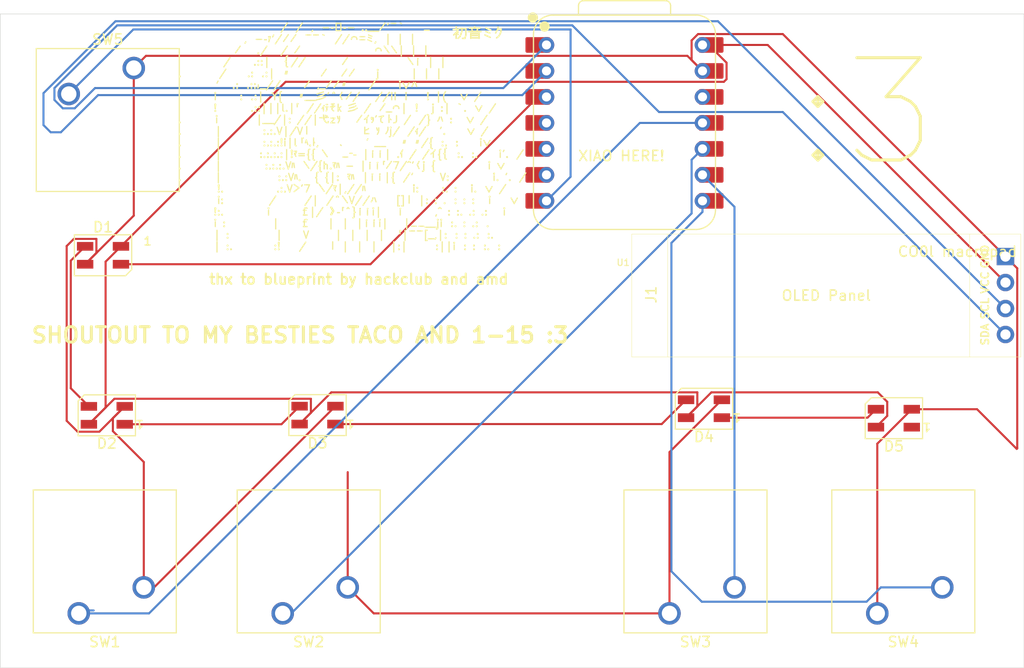
<source format=kicad_pcb>
(kicad_pcb (version 20241229) (generator "pcbnew") (generator_version "9.0")
  (layers (0 "F.Cu" signal) (2 "B.Cu" signal) (13 "F.Paste" user) (15 "B.Paste" user) (5 "F.SilkS" user "F.Silkscreen") (7 "B.SilkS" user "B.Silkscreen") (1 "F.Mask" user) (3 "B.Mask" user) (25 "Edge.Cuts" user))
  (net 0 "")
  (net 1 "GND")
  (net 2 "+5V")
  (net 3 "Net-(D1-DIN)")
  (net 4 "Net-(D1-DOUT)")
  (net 5 "Net-(D2-DOUT)")
  (net 6 "Net-(U1-GPIO3{slash}MOSI)")
  (net 7 "Net-(U1-GPIO4{slash}MISO)")
  (net 8 "Net-(U1-GPIO2{slash}SCK)")
  (net 9 "Net-(U1-GPIO1{slash}RX)")
  (net 10 "Net-(U1-GPIO0{slash}TX)")
  (net 16 "Net-(D3-DOUT)")
  (net 17 "Net-(D4-DOUT)")
  (net 18 "Net-(J1-Pin_4)")
  (net 19 "Net-(J1-Pin_3)")
  (footprint "Button_Switch_Keyboard:SW_Cherry_MX_1.00u_PCB" (layer "F.Cu") (at 89.38 128.08 180)
    (property "Reference" "SW1" (at -2.54 -2.794 0) (layer "F.SilkS"))
    (property "Value" "SW_Push")
    (fp_line (start 4.445 12.065) (end -9.525 12.065) (stroke (width 0.12)) (layer "F.SilkS"))
    (fp_line (start 4.445 -1.905) (end 4.445 12.065) (stroke (width 0.12)) (layer "F.SilkS"))
    (fp_line (start -9.525 12.065) (end -9.525 -1.905) (stroke (width 0.12)) (layer "F.SilkS"))
    (fp_line (start -9.525 -1.905) (end 4.445 -1.905) (stroke (width 0.12)) (layer "F.SilkS"))
    (pad "" np_thru_hole circle (at -7.62 5.08 180) (size 1.7 1.7) (drill 1.7) (layers "*.Cu" "*.Mask"))
    (pad "" np_thru_hole circle (at -2.54 5.08 180) (size 4 4) (drill 4) (layers "*.Cu" "*.Mask"))
    (pad "" np_thru_hole circle (at 2.54 5.08 180) (size 1.7 1.7) (drill 1.7) (layers "*.Cu" "*.Mask"))
    (pad "1" thru_hole circle (at 0 0 180) (size 2.2 2.2) (drill 1.5) (layers "*.Cu" "*.Mask") (net 6 "Net-(U1-GPIO3{slash}MOSI)"))
    (pad "2" thru_hole circle (at -6.35 2.54 180) (size 2.2 2.2) (drill 1.5) (layers "*.Cu" "*.Mask") (net 1 "GND"))
  )
  (footprint "Button_Switch_Keyboard:SW_Cherry_MX_1.00u_PCB" (layer "F.Cu") (at 109.3 128.08 180)
    (property "Reference" "SW2" (at -2.54 -2.794 0) (layer "F.SilkS"))
    (property "Value" "SW_Push")
    (fp_line (start 4.445 12.065) (end -9.525 12.065) (stroke (width 0.12)) (layer "F.SilkS"))
    (fp_line (start 4.445 -1.905) (end 4.445 12.065) (stroke (width 0.12)) (layer "F.SilkS"))
    (fp_line (start -9.525 12.065) (end -9.525 -1.905) (stroke (width 0.12)) (layer "F.SilkS"))
    (fp_line (start -9.525 -1.905) (end 4.445 -1.905) (stroke (width 0.12)) (layer "F.SilkS"))
    (pad "" np_thru_hole circle (at -7.62 5.08 180) (size 1.7 1.7) (drill 1.7) (layers "*.Cu" "*.Mask"))
    (pad "" np_thru_hole circle (at -2.54 5.08 180) (size 4 4) (drill 4) (layers "*.Cu" "*.Mask"))
    (pad "" np_thru_hole circle (at 2.54 5.08 180) (size 1.7 1.7) (drill 1.7) (layers "*.Cu" "*.Mask"))
    (pad "1" thru_hole circle (at 0 0 180) (size 2.2 2.2) (drill 1.5) (layers "*.Cu" "*.Mask") (net 7 "Net-(U1-GPIO4{slash}MISO)"))
    (pad "2" thru_hole circle (at -6.35 2.54 180) (size 2.2 2.2) (drill 1.5) (layers "*.Cu" "*.Mask") (net 1 "GND"))
  )
  (footprint "display:SSD1306-0.91-OLED-4pin-128x32" (layer "F.Cu") (at 143.4 91.01)
    (property "Reference" "J1" (at 1.9 5.91 90) (layer "F.SilkS"))
    (property "Value" "Conn_01x04")
    (fp_line (start 0 0) (end 0 12) (stroke (width 0.04)) (layer "F.SilkS"))
    (fp_line (start 0 12) (end 38 12) (stroke (width 0.04)) (layer "F.SilkS"))
    (fp_line (start 3.5 0) (end 3.5 12) (stroke (width 0.04)) (layer "F.SilkS"))
    (fp_line (start 33 0) (end 33 12) (stroke (width 0.04)) (layer "F.SilkS"))
    (fp_line (start 38 0) (end 0 0) (stroke (width 0.04)) (layer "F.SilkS"))
    (fp_line (start 38 12) (end 38 0) (stroke (width 0.04)) (layer "F.SilkS"))
    (fp_text user "OLED Panel" (at 19 6 0) (layer "F.SilkS"))
    (fp_text user "VCC" (at 34.5 4.73 90) (layer "F.SilkS") (effects (font (size 0.75 0.75))))
    (fp_text user "SDA" (at 34.5 9.81 90) (layer "F.SilkS") (effects (font (size 0.75 0.75))))
    (fp_text user "SCL" (at 34.5 7.27 90) (layer "F.SilkS") (effects (font (size 0.75 0.75))))
    (fp_text user "GND" (at 34.5 2.19 90) (layer "F.SilkS") (effects (font (size 0.75 0.75))))
    (pad "1" thru_hole rect (at 36.5 2.19) (size 1.7 1.7) (drill 1) (layers "*.Cu" "*.Mask") (net 1 "GND"))
    (pad "2" thru_hole oval (at 36.5 4.73) (size 1.7 1.7) (drill 1) (layers "*.Cu" "*.Mask") (net 2 "+5V"))
    (pad "3" thru_hole oval (at 36.5 7.27) (size 1.7 1.7) (drill 1) (layers "*.Cu" "*.Mask") (net 19 "Net-(J1-Pin_3)"))
    (pad "4" thru_hole oval (at 36.5 9.81) (size 1.7 1.7) (drill 1) (layers "*.Cu" "*.Mask") (net 18 "Net-(J1-Pin_4)"))
  )
  (footprint "LED_SMD:LED_SK6812MINI_PLCC4_3.5x3.5mm_P1.75mm" (layer "F.Cu") (at 92.1175 108.71875 180)
    (property "Reference" "D2" (at 0 -2.75 0) (layer "F.SilkS"))
    (property "Value" "SK6812MINI")
    (fp_line (start 2.8 1.4) (end 2.8 -2) (stroke (width 0.12)) (layer "F.SilkS"))
    (fp_line (start 2.8 1.4) (end 2.2 2) (stroke (width 0.12)) (layer "F.SilkS"))
    (fp_line (start -2.8 2) (end 2.2 2) (stroke (width 0.12)) (layer "F.SilkS"))
    (fp_line (start -2.8 -2) (end 2.8 -2) (stroke (width 0.12)) (layer "F.SilkS"))
    (fp_line (start -2.8 -2) (end -2.8 2) (stroke (width 0.12)) (layer "F.SilkS"))
    (fp_text user "1" (at -3.2 -0.875 180) (layer "F.SilkS") (effects (font (size 0.8 0.8))))
    (pad "1" smd rect (at -1.75 -0.875 180) (size 1.6 0.85) (layers "F.Cu" "F.Mask" "F.Paste") (net 5 "Net-(D2-DOUT)"))
    (pad "2" smd rect (at -1.75 0.875 180) (size 1.6 0.85) (layers "F.Cu" "F.Mask" "F.Paste") (net 1 "GND"))
    (pad "3" smd rect (at 1.75 0.875 180) (size 1.6 0.85) (layers "F.Cu" "F.Mask" "F.Paste") (net 4 "Net-(D1-DOUT)"))
    (pad "4" smd rect (at 1.75 -0.875 180) (size 1.6 0.85) (layers "F.Cu" "F.Mask" "F.Paste") (net 2 "+5V"))
  )
  (footprint "LED_SMD:LED_SK6812MINI_PLCC4_3.5x3.5mm_P1.75mm" (layer "F.Cu") (at 112.7 108.7 180)
    (property "Reference" "D3" (at 0 -2.75 0) (layer "F.SilkS"))
    (property "Value" "SK6812MINI")
    (fp_line (start 2.8 1.4) (end 2.8 -2) (stroke (width 0.12)) (layer "F.SilkS"))
    (fp_line (start 2.8 1.4) (end 2.2 2) (stroke (width 0.12)) (layer "F.SilkS"))
    (fp_line (start -2.8 2) (end 2.2 2) (stroke (width 0.12)) (layer "F.SilkS"))
    (fp_line (start -2.8 -2) (end 2.8 -2) (stroke (width 0.12)) (layer "F.SilkS"))
    (fp_line (start -2.8 -2) (end -2.8 2) (stroke (width 0.12)) (layer "F.SilkS"))
    (fp_text user "1" (at -3.2 -0.875 180) (layer "F.SilkS") (effects (font (size 0.8 0.8))))
    (pad "1" smd rect (at -1.75 -0.875 180) (size 1.6 0.85) (layers "F.Cu" "F.Mask" "F.Paste") (net 16 "Net-(D3-DOUT)"))
    (pad "2" smd rect (at -1.75 0.875 180) (size 1.6 0.85) (layers "F.Cu" "F.Mask" "F.Paste") (net 1 "GND"))
    (pad "3" smd rect (at 1.75 0.875 180) (size 1.6 0.85) (layers "F.Cu" "F.Mask" "F.Paste") (net 5 "Net-(D2-DOUT)"))
    (pad "4" smd rect (at 1.75 -0.875 180) (size 1.6 0.85) (layers "F.Cu" "F.Mask" "F.Paste") (net 2 "+5V"))
  )
  (footprint "LED_SMD:LED_SK6812MINI_PLCC4_3.5x3.5mm_P1.75mm" (layer "F.Cu") (at 169 109 180)
    (property "Reference" "D5" (at 0 -2.75 0) (layer "F.SilkS"))
    (property "Value" "SK6812MINI")
    (fp_line (start 2.8 1.4) (end 2.8 -2) (stroke (width 0.12)) (layer "F.SilkS"))
    (fp_line (start 2.8 1.4) (end 2.2 2) (stroke (width 0.12)) (layer "F.SilkS"))
    (fp_line (start -2.8 2) (end 2.2 2) (stroke (width 0.12)) (layer "F.SilkS"))
    (fp_line (start -2.8 -2) (end 2.8 -2) (stroke (width 0.12)) (layer "F.SilkS"))
    (fp_line (start -2.8 -2) (end -2.8 2) (stroke (width 0.12)) (layer "F.SilkS"))
    (fp_text user "1" (at -3.2 -0.875 180) (layer "F.SilkS") (effects (font (size 0.8 0.8))))
    (pad "1" smd rect (at -1.75 -0.875 180) (size 1.6 0.85) (layers "F.Cu" "F.Mask" "F.Paste"))
    (pad "2" smd rect (at -1.75 0.875 180) (size 1.6 0.85) (layers "F.Cu" "F.Mask" "F.Paste") (net 1 "GND"))
    (pad "3" smd rect (at 1.75 0.875 180) (size 1.6 0.85) (layers "F.Cu" "F.Mask" "F.Paste") (net 17 "Net-(D4-DOUT)"))
    (pad "4" smd rect (at 1.75 -0.875 180) (size 1.6 0.85) (layers "F.Cu" "F.Mask" "F.Paste") (net 2 "+5V"))
  )
  (footprint "Button_Switch_Keyboard:SW_Cherry_MX_1.00u_PCB" (layer "F.Cu") (at 147.08 128.08 180)
    (property "Reference" "SW3" (at -2.54 -2.794 0) (layer "F.SilkS"))
    (property "Value" "SW_Push")
    (fp_line (start 4.445 12.065) (end -9.525 12.065) (stroke (width 0.12)) (layer "F.SilkS"))
    (fp_line (start 4.445 -1.905) (end 4.445 12.065) (stroke (width 0.12)) (layer "F.SilkS"))
    (fp_line (start -9.525 12.065) (end -9.525 -1.905) (stroke (width 0.12)) (layer "F.SilkS"))
    (fp_line (start -9.525 -1.905) (end 4.445 -1.905) (stroke (width 0.12)) (layer "F.SilkS"))
    (pad "" np_thru_hole circle (at -7.62 5.08 180) (size 1.7 1.7) (drill 1.7) (layers "*.Cu" "*.Mask"))
    (pad "" np_thru_hole circle (at -2.54 5.08 180) (size 4 4) (drill 4) (layers "*.Cu" "*.Mask"))
    (pad "" np_thru_hole circle (at 2.54 5.08 180) (size 1.7 1.7) (drill 1.7) (layers "*.Cu" "*.Mask"))
    (pad "1" thru_hole circle (at 0 0 180) (size 2.2 2.2) (drill 1.5) (layers "*.Cu" "*.Mask") (net 1 "GND"))
    (pad "2" thru_hole circle (at -6.35 2.54 180) (size 2.2 2.2) (drill 1.5) (layers "*.Cu" "*.Mask") (net 8 "Net-(U1-GPIO2{slash}SCK)"))
  )
  (footprint "LED_SMD:LED_SK6812MINI_PLCC4_3.5x3.5mm_P1.75mm" (layer "F.Cu") (at 150.45 108.075 180)
    (property "Reference" "D4" (at 0 -2.75 0) (layer "F.SilkS"))
    (property "Value" "SK6812MINI")
    (fp_line (start 2.8 1.4) (end 2.8 -2) (stroke (width 0.12)) (layer "F.SilkS"))
    (fp_line (start 2.8 1.4) (end 2.2 2) (stroke (width 0.12)) (layer "F.SilkS"))
    (fp_line (start -2.8 2) (end 2.2 2) (stroke (width 0.12)) (layer "F.SilkS"))
    (fp_line (start -2.8 -2) (end 2.8 -2) (stroke (width 0.12)) (layer "F.SilkS"))
    (fp_line (start -2.8 -2) (end -2.8 2) (stroke (width 0.12)) (layer "F.SilkS"))
    (fp_text user "1" (at -3.2 -0.875 180) (layer "F.SilkS") (effects (font (size 0.8 0.8))))
    (pad "1" smd rect (at -1.75 -0.875 180) (size 1.6 0.85) (layers "F.Cu" "F.Mask" "F.Paste") (net 17 "Net-(D4-DOUT)"))
    (pad "2" smd rect (at -1.75 0.875 180) (size 1.6 0.85) (layers "F.Cu" "F.Mask" "F.Paste") (net 1 "GND"))
    (pad "3" smd rect (at 1.75 0.875 180) (size 1.6 0.85) (layers "F.Cu" "F.Mask" "F.Paste") (net 16 "Net-(D3-DOUT)"))
    (pad "4" smd rect (at 1.75 -0.875 180) (size 1.6 0.85) (layers "F.Cu" "F.Mask" "F.Paste") (net 2 "+5V"))
  )
  (footprint "OPL:XIAO-RP2040-DIP" (layer "F.Cu") (at 142.685 80.135)
    (property "Reference" "U1" (at -0.125 13.65 0) (layer "F.SilkS") (effects (font (size 0.635 0.635) (thickness 0.1016))))
    (property "Value" "XIAO-RP2040-DIP")
    (fp_line (start -8.89 8.509) (end -8.89 -8.636) (stroke (width 0.127)) (layer "F.SilkS"))
    (fp_line (start -6.985 10.414) (end 6.985 10.414) (stroke (width 0.127)) (layer "F.SilkS"))
    (fp_line (start -4.495 -10.541) (end -4.491272 -11.451272) (stroke (width 0.127)) (layer "F.SilkS"))
    (fp_line (start -3.991272 -11.951) (end 4.004 -11.951) (stroke (width 0.127)) (layer "F.SilkS"))
    (fp_line (start 4.504 -11.451) (end 4.504 -10.541) (stroke (width 0.127)) (layer "F.SilkS"))
    (fp_line (start 6.985 -10.541) (end -6.985 -10.541) (stroke (width 0.1)) (layer "F.SilkS"))
    (fp_line (start 6.985 -10.541) (end -6.985 -10.541) (stroke (width 0.127)) (layer "F.SilkS"))
    (fp_line (start 8.89 8.509) (end 8.89 -8.636) (stroke (width 0.127)) (layer "F.SilkS"))
    (fp_arc (start -8.89 -8.636) (mid -8.332038 -9.983038) (end -6.985 -10.541) (stroke (width 0.127)) (layer "F.SilkS"))
    (fp_arc (start -6.985 10.414) (mid -8.332038 9.856038) (end -8.89 8.509) (stroke (width 0.127)) (layer "F.SilkS"))
    (fp_arc (start -4.491272 -11.451272) (mid -4.344728 -11.80464) (end -3.991272 -11.951) (stroke (width 0.127)) (layer "F.SilkS"))
    (fp_arc (start 4.004 -11.951) (mid 4.357553 -11.804553) (end 4.504 -11.451) (stroke (width 0.127)) (layer "F.SilkS"))
    (fp_arc (start 6.985 -10.541) (mid 8.332038 -9.983038) (end 8.89 -8.636) (stroke (width 0.127)) (layer "F.SilkS"))
    (fp_arc (start 8.89 8.509) (mid 8.332038 9.856038) (end 6.985 10.414) (stroke (width 0.127)) (layer "F.SilkS"))
    (fp_circle (center -8.95 -10.3) (end -8.95 -10.554) (stroke (width 0.5)) (fill yes) (layer "F.SilkS"))
    (fp_circle (center -7.807 -9.42) (end -7.807 -9.674) (stroke (width 0.5)) (fill yes) (layer "F.SilkS"))
    (pad "1" smd roundrect (at -8.455 -7.62 180) (size 2.432 1.524) (layers "F.Cu" "F.Mask") (roundrect_rratio 0.1) (net 18 "Net-(J1-Pin_4)"))
    (pad "1" thru_hole circle (at -7.62 -7.62 180) (size 1.524 1.524) (drill 0.889) (layers "*.Cu" "*.Mask") (net 18 "Net-(J1-Pin_4)"))
    (pad "2" smd roundrect (at -8.455 -5.08 180) (size 2.432 1.524) (layers "F.Cu" "F.Mask") (roundrect_rratio 0.1) (net 19 "Net-(J1-Pin_3)"))
    (pad "2" thru_hole circle (at -7.62 -5.08 180) (size 1.524 1.524) (drill 0.889) (layers "*.Cu" "*.Mask") (net 19 "Net-(J1-Pin_3)"))
    (pad "3" smd roundrect (at -8.455 -2.54 180) (size 2.432 1.524) (layers "F.Cu" "F.Mask") (roundrect_rratio 0.1) (net 3 "Net-(D1-DIN)"))
    (pad "3" thru_hole circle (at -7.62 -2.54 180) (size 1.524 1.524) (drill 0.889) (layers "*.Cu" "*.Mask") (net 3 "Net-(D1-DIN)"))
    (pad "4" smd roundrect (at -8.455 0 180) (size 2.432 1.524) (layers "F.Cu" "F.Mask") (roundrect_rratio 0.1))
    (pad "4" thru_hole circle (at -7.62 0 180) (size 1.524 1.524) (drill 0.889) (layers "*.Cu" "*.Mask"))
    (pad "5" smd roundrect (at -8.455 2.54 180) (size 2.432 1.524) (layers "F.Cu" "F.Mask") (roundrect_rratio 0.1))
    (pad "5" thru_hole circle (at -7.62 2.54 180) (size 1.524 1.524) (drill 0.889) (layers "*.Cu" "*.Mask"))
    (pad "6" smd roundrect (at -8.455 5.08 180) (size 2.432 1.524) (layers "F.Cu" "F.Mask") (roundrect_rratio 0.1))
    (pad "6" thru_hole circle (at -7.62 5.08 180) (size 1.524 1.524) (drill 0.889) (layers "*.Cu" "*.Mask"))
    (pad "7" smd roundrect (at -8.455 7.62 180) (size 2.432 1.524) (layers "F.Cu" "F.Mask") (roundrect_rratio 0.1) (net 10 "Net-(U1-GPIO0{slash}TX)"))
    (pad "7" thru_hole circle (at -7.62 7.62 180) (size 1.524 1.524) (drill 0.889) (layers "*.Cu" "*.Mask") (net 10 "Net-(U1-GPIO0{slash}TX)"))
    (pad "8" thru_hole circle (at 7.62 7.62) (size 1.524 1.524) (drill 0.889) (layers "*.Cu" "*.Mask") (net 9 "Net-(U1-GPIO1{slash}RX)"))
    (pad "8" smd roundrect (at 8.455 7.62) (size 2.432 1.524) (layers "F.Cu" "F.Mask") (roundrect_rratio 0.1) (net 9 "Net-(U1-GPIO1{slash}RX)"))
    (pad "9" thru_hole circle (at 7.62 5.08) (size 1.524 1.524) (drill 0.889) (layers "*.Cu" "*.Mask") (net 8 "Net-(U1-GPIO2{slash}SCK)"))
    (pad "9" smd roundrect (at 8.455 5.08) (size 2.432 1.524) (layers "F.Cu" "F.Mask") (roundrect_rratio 0.1) (net 8 "Net-(U1-GPIO2{slash}SCK)"))
    (pad "10" thru_hole circle (at 7.62 2.54) (size 1.524 1.524) (drill 0.889) (layers "*.Cu" "*.Mask") (net 7 "Net-(U1-GPIO4{slash}MISO)"))
    (pad "10" smd roundrect (at 8.455 2.54) (size 2.432 1.524) (layers "F.Cu" "F.Mask") (roundrect_rratio 0.1) (net 7 "Net-(U1-GPIO4{slash}MISO)"))
    (pad "11" thru_hole circle (at 7.62 0) (size 1.524 1.524) (drill 0.889) (layers "*.Cu" "*.Mask") (net 6 "Net-(U1-GPIO3{slash}MOSI)"))
    (pad "11" smd roundrect (at 8.455 0) (size 2.432 1.524) (layers "F.Cu" "F.Mask") (roundrect_rratio 0.1) (net 6 "Net-(U1-GPIO3{slash}MOSI)"))
    (pad "12" thru_hole circle (at 7.62 -2.54) (size 1.524 1.524) (drill 0.889) (layers "*.Cu" "*.Mask"))
    (pad "12" smd roundrect (at 8.455 -2.54) (size 2.432 1.524) (layers "F.Cu" "F.Mask") (roundrect_rratio 0.1))
    (pad "13" thru_hole circle (at 7.62 -5.08) (size 1.524 1.524) (drill 0.889) (layers "*.Cu" "*.Mask") (net 1 "GND"))
    (pad "13" smd roundrect (at 8.455 -5.08) (size 2.432 1.524) (layers "F.Cu" "F.Mask") (roundrect_rratio 0.1) (net 1 "GND"))
    (pad "14" thru_hole circle (at 7.62 -7.62) (size 1.524 1.524) (drill 0.889) (layers "*.Cu" "*.Mask") (net 2 "+5V"))
    (pad "14" smd roundrect (at 8.455 -7.62) (size 2.432 1.524) (layers "F.Cu" "F.Mask") (roundrect_rratio 0.1) (net 2 "+5V"))
  )
  (footprint "Button_Switch_Keyboard:SW_Cherry_MX_1.00u_PCB" (layer "F.Cu") (at 167.38 128.08 180)
    (property "Reference" "SW4" (at -2.54 -2.794 0) (layer "F.SilkS"))
    (property "Value" "SW_Push")
    (fp_line (start 4.445 12.065) (end -9.525 12.065) (stroke (width 0.12)) (layer "F.SilkS"))
    (fp_line (start 4.445 -1.905) (end 4.445 12.065) (stroke (width 0.12)) (layer "F.SilkS"))
    (fp_line (start -9.525 12.065) (end -9.525 -1.905) (stroke (width 0.12)) (layer "F.SilkS"))
    (fp_line (start -9.525 -1.905) (end 4.445 -1.905) (stroke (width 0.12)) (layer "F.SilkS"))
    (pad "" np_thru_hole circle (at -7.62 5.08 180) (size 1.7 1.7) (drill 1.7) (layers "*.Cu" "*.Mask"))
    (pad "" np_thru_hole circle (at -2.54 5.08 180) (size 4 4) (drill 4) (layers "*.Cu" "*.Mask"))
    (pad "" np_thru_hole circle (at 2.54 5.08 180) (size 1.7 1.7) (drill 1.7) (layers "*.Cu" "*.Mask"))
    (pad "1" thru_hole circle (at 0 0 180) (size 2.2 2.2) (drill 1.5) (layers "*.Cu" "*.Mask") (net 1 "GND"))
    (pad "2" thru_hole circle (at -6.35 2.54 180) (size 2.2 2.2) (drill 1.5) (layers "*.Cu" "*.Mask") (net 9 "Net-(U1-GPIO1{slash}RX)"))
  )
  (footprint "LED_SMD:LED_SK6812MINI_PLCC4_3.5x3.5mm_P1.75mm" (layer "F.Cu") (at 91.75 93.075)
    (property "Reference" "D1" (at 0 -2.75 0) (layer "F.SilkS"))
    (property "Value" "SK6812MINI")
    (fp_line (start -2.8 -2) (end -2.8 2) (stroke (width 0.12)) (layer "F.SilkS"))
    (fp_line (start -2.8 -2) (end 2.8 -2) (stroke (width 0.12)) (layer "F.SilkS"))
    (fp_line (start -2.8 2) (end 2.2 2) (stroke (width 0.12)) (layer "F.SilkS"))
    (fp_line (start 2.8 1.4) (end 2.2 2) (stroke (width 0.12)) (layer "F.SilkS"))
    (fp_line (start 2.8 1.4) (end 2.8 -2) (stroke (width 0.12)) (layer "F.SilkS"))
    (fp_text user "1" (at 4.35 -1.375 0) (layer "F.SilkS") (effects (font (size 0.8 0.8))))
    (pad "1" smd rect (at -1.75 -0.875) (size 1.6 0.85) (layers "F.Cu" "F.Mask" "F.Paste") (net 4 "Net-(D1-DOUT)"))
    (pad "2" smd rect (at -1.75 0.875) (size 1.6 0.85) (layers "F.Cu" "F.Mask" "F.Paste") (net 1 "GND"))
    (pad "3" smd rect (at 1.75 0.875) (size 1.6 0.85) (layers "F.Cu" "F.Mask" "F.Paste") (net 3 "Net-(D1-DIN)"))
    (pad "4" smd rect (at 1.75 -0.875) (size 1.6 0.85) (layers "F.Cu" "F.Mask" "F.Paste") (net 2 "+5V"))
  )
  (footprint "Button_Switch_Keyboard:SW_Cherry_MX_1.00u_PCB" (layer "F.Cu") (at 94.7525 74.77)
    (property "Reference" "SW5" (at -2.54 -2.794 0) (layer "F.SilkS"))
    (property "Value" "SW_Push")
    (fp_line (start -9.525 -1.905) (end 4.445 -1.905) (stroke (width 0.12)) (layer "F.SilkS"))
    (fp_line (start -9.525 12.065) (end -9.525 -1.905) (stroke (width 0.12)) (layer "F.SilkS"))
    (fp_line (start 4.445 -1.905) (end 4.445 12.065) (stroke (width 0.12)) (layer "F.SilkS"))
    (fp_line (start 4.445 12.065) (end -9.525 12.065) (stroke (width 0.12)) (layer "F.SilkS"))
    (pad "" np_thru_hole circle (at -7.62 5.08) (size 1.7 1.7) (drill 1.7) (layers "*.Cu" "*.Mask"))
    (pad "" np_thru_hole circle (at -2.54 5.08) (size 4 4) (drill 4) (layers "*.Cu" "*.Mask"))
    (pad "" np_thru_hole circle (at 2.54 5.08) (size 1.7 1.7) (drill 1.7) (layers "*.Cu" "*.Mask"))
    (pad "1" thru_hole circle (at 0 0) (size 2.2 2.2) (drill 1.5) (layers "*.Cu" "*.Mask") (net 1 "GND"))
    (pad "2" thru_hole circle (at -6.35 2.54) (size 2.2 2.2) (drill 1.5) (layers "*.Cu" "*.Mask") (net 10 "Net-(U1-GPIO0{slash}TX)"))
  )
  (gr_rect (start 81.71 69.485) (end 181.71 133.385) (stroke (width 0.05)) (fill no) (layer "Edge.Cuts"))
  (gr_text "　　　　　　 　 　 　 　 /　/　,　-‐─‐- ..__／'￣｀ 　 ＿\n　　　　　　　　 ,　-‐ｧ′/／／　￣￣｀　//⌒＝ミ,　| | |\n　　　　　 　 ／　　./　 / ／　　　　　　　　　 ⌒＼＼| | |\n　　　　　　/　　　.::| 　｛//　　　　 ／　　　　　　　 ＼ｉ | |\n.　　　　　/　　 .:　.:|　〃　　　　／　 ／／　　 j 　 　 | | |\n　　　　　′　 .:　.::｣_//　　　／ ,_／／〃　　 /　　　i∨ハ\n　　　　 i　　　:　.:|　Y{　　〃__彡'＾く／/　　//ii　i 　 ! |(　 ∨ /\n　　　　 !　　 　 .::|||l.|｢　//ｨﾃそk 彡 /　／_⌒|　!　 j :| ｀.　∨ /\n.　　 　 i　　　　　|__/|: //|弋ｚｿ　　／イｯ'てトJ /　/} ハ :　 ∨ /\n.　　 　 |　　　 　 :.:.V|/V｜　　　　　　　ヒ ｿ ﾉj/　/ｨ/　 '.　　 ∨ /\n.　　 　 |　　　 　 :.:.:!i|l「ﾍ.ﾄ,　　 ､　　　' __　　〃 〃/{　:.　:　　 i∨\n.　　 　 |　　　　　:.:.:.:|!ﾏ={{ ＼　 ＿ｰ‐ |ｉｉ| .ｲ / /イ{｛　:.　:.　　 i'.　/\n.　　 　 |　　　　　 :.:.:.Vﾊ　＼/{h.ﾏﾊ - |ｉｉ｢／7/^'くj {　 　 　 　 i ∨\n.　　 　 |　　　　　 　 :.:Vﾊ.　 { {|:　ﾏﾊ　|ｉｉ|{　/'　 　 V:　　　　　 i. '.　/\n　 　 　 !.　　　　　　　.:.V＞'7　＼/ﾏ|,//ﾊ　　 　 　 i:　　　:. :　 i.　∨ /\n　 　 　 i:　　　　　　/　　　 /|　/＾＼V//ハ 　 []｜ |: : .　: : :　 i 　 ∨\n　　　　 !:.　　　　　 i 　 　 ￡|/ 》‐｢＾}ｉｉi|　　ｉ　　　　,^ : :. .: .:　　i\n　　　　 i :　　 　 　 |　　　￡ 　 |　|　|ｉｉi|　　|＿＿__ji　:. : .:　.\n　　　　 | :　　 　 　 |　　 V　 　 |　|　|　|　 ｢|￣￣[_,|:　: : .:　:.\n　　　　 | :.　　　 　 :! 　 /　　　｜ |　|　|　 |:|　　 　:||i　: :　:.　:" (at 99 81.5 0) (layer "F.SilkS") (effects (font (size 0.7 0.7) (thickness 0.125)) (justify left)))
  (gr_text ":3" (at 159 85 0) (layer "F.SilkS") (effects (font (size 10 10) (thickness 0.3) (bold yes)) (justify left bottom)))
  (gr_text "CO0l macropad" (at 169.3 93.3 0) (layer "F.SilkS") (effects (font (size 1 1)) (justify left bottom)))
  (gr_text "XIAO HERE!" (at 138.075 83.95 0) (layer "F.SilkS") (effects (font (size 1 1)) (justify left bottom)))
  (gr_text "SHOUTOUT TO MY BESTIES TACO AND 1-15 :3" (at 111 100 0) (layer "F.SilkS") (effects (font (size 1.5 1.5) (thickness 0.3) (bold yes)) (justify top)))
  (gr_text " 初音ミク　　" (at 125 72 0) (layer "F.SilkS") (effects (font (size 1 1)) (justify left bottom)))
  (gr_text "thx to blueprint by hackclub and amd" (at 102 96 0) (layer "F.SilkS") (effects (font (size 1 1) (thickness 0.2) (bold yes)) (justify left bottom)))
  (segment (start 115.65 114.275) (end 115.65 125.54) (width 0.2) (layer "F.Cu") (net 1))
  (segment (start 158.152 71.452) (end 149.86469 71.452) (width 0.2) (layer "F.Cu") (net 1))
  (segment (start 91.101 92.849) (end 90 93.95) (width 0.2) (layer "F.Cu") (net 1))
  (segment (start 95.73 125.54) (end 95.73 113.28325) (width 0.2) (layer "F.Cu") (net 1))
  (segment (start 147.08 112.32) (end 147.08 128.08) (width 0.2) (layer "F.Cu") (net 1))
  (segment (start 93.8675 107.84375) (end 91.3915 110.31975) (width 0.2) (layer "F.Cu") (net 1))
  (segment (start 92.71125 110.2645) (end 92.71125 109) (width 0.2) (layer "F.Cu") (net 1))
  (segment (start 115.65 125.54) (end 118.19 128.08) (width 0.2) (layer "F.Cu") (net 1))
  (segment (start 181 112) (end 181.051 111.949) (width 0.2) (layer "F.Cu") (net 1))
  (segment (start 118.19 128.08) (end 147.08 128.08) (width 0.2) (layer "F.Cu") (net 1))
  (segment (start 177.125 108.125) (end 181 112) (width 0.2) (layer "F.Cu") (net 1))
  (segment (start 88.198 109.25125) (end 88.198 92.175) (width 0.2) (layer "F.Cu") (net 1))
  (segment (start 88.899 91.474) (end 91.101 91.474) (width 0.2) (layer "F.Cu") (net 1))
  (segment (start 95.73 113.28325) (end 92.71125 110.2645) (width 0.2) (layer "F.Cu") (net 1))
  (segment (start 181.051 94.351) (end 179.9 93.2) (width 0.2) (layer "F.Cu") (net 1))
  (segment (start 94.7525 74.77) (end 95.9445 73.578) (width 0.2) (layer "F.Cu") (net 1))
  (segment (start 91.3915 110.31975) (end 89.2665 110.31975) (width 0.2) (layer "F.Cu") (net 1))
  (segment (start 167.25 127.95) (end 167.38 128.08) (width 0.2) (layer "F.Cu") (net 1))
  (segment (start 149.242 73.992) (end 150.305 75.055) (width 0.2) (layer "F.Cu") (net 1))
  (segment (start 96.735 125.54) (end 95.73 125.54) (width 0.2) (layer "F.Cu") (net 1))
  (segment (start 181.051 111.949) (end 181.051 94.351) (width 0.2) (layer "F.Cu") (net 1))
  (segment (start 152.2 107.2) (end 147.08 112.32) (width 0.2) (layer "F.Cu") (net 1))
  (segment (start 92.71125 109) (end 93.8675 107.84375) (width 0.2) (layer "F.Cu") (net 1))
  (segment (start 170.75 108.125) (end 177.125 108.125) (width 0.2) (layer "F.Cu") (net 1))
  (segment (start 94.7525 74.77) (end 94.7525 89.1975) (width 0.2) (layer "F.Cu") (net 1))
  (segment (start 167.38 111.495) (end 167.38 128.08) (width 0.2) (layer "F.Cu") (net 1))
  (segment (start 149.86469 71.452) (end 149.242 72.07469) (width 0.2) (layer "F.Cu") (net 1))
  (segment (start 114.45 107.825) (end 96.735 125.54) (width 0.2) (layer "F.Cu") (net 1))
  (segment (start 170.75 108.125) (end 167.38 111.495) (width 0.2) (layer "F.Cu") (net 1))
  (segment (start 148.828 73.578) (end 150.305 75.055) (width 0.2) (layer "F.Cu") (net 1))
  (segment (start 179.9 93.2) (end 158.152 71.452) (width 0.2) (layer "F.Cu") (net 1))
  (segment (start 95.9445 73.578) (end 148.828 73.578) (width 0.2) (layer "F.Cu") (net 1))
  (segment (start 94.7525 89.1975) (end 90 93.95) (width 0.2) (layer "F.Cu") (net 1))
  (segment (start 89.2665 110.31975) (end 88.198 109.25125) (width 0.2) (layer "F.Cu") (net 1))
  (segment (start 88.198 92.175) (end 88.899 91.474) (width 0.2) (layer "F.Cu") (net 1))
  (segment (start 91.101 91.474) (end 91.101 92.849) (width 0.2) (layer "F.Cu") (net 1))
  (segment (start 114.625 108) (end 114.45 107.825) (width 0.2) (layer "F.Cu") (net 1))
  (segment (start 149.242 72.07469) (end 149.242 73.992) (width 0.2) (layer "F.Cu") (net 1))
  (segment (start 168.351 108.774) (end 167.25 109.875) (width 0.2) (layer "F.Cu") (net 2))
  (segment (start 168.351 107.399) (end 168.351 108.774) (width 0.2) (layer "F.Cu") (net 2))
  (segment (start 167.426 106.474) (end 168.351 107.399) (width 0.2) (layer "F.Cu") (net 2))
  (segment (start 149.801 106.474) (end 149.801 107.849) (width 0.2) (layer "F.Cu") (net 2))
  (segment (start 92 107.96125) (end 90.3675 109.59375) (width 0.2) (layer "F.Cu") (net 2))
  (segment (start 112.051 108.474) (end 110.95 109.575) (width 0.2) (layer "F.Cu") (net 2))
  (segment (start 149.801 107.849) (end 148.7 108.95) (width 0.2) (layer "F.Cu") (net 2))
  (segment (start 148.7 108.95) (end 151.176 106.474) (width 0.2) (layer "F.Cu") (net 2))
  (segment (start 150.918626 72.515) (end 150.305 72.515) (width 0.2) (layer "F.Cu") (net 2))
  (segment (start 92 93.7) (end 92 107.96125) (width 0.2) (layer "F.Cu") (net 2))
  (segment (start 156.675 72.515) (end 150.305 72.515) (width 0.2) (layer "F.Cu") (net 2))
  (segment (start 114.051 106.474) (end 149.801 106.474) (width 0.2) (layer "F.Cu") (net 2))
  (segment (start 93.5 92.2) (end 109.582 76.118) (width 0.2) (layer "F.Cu") (net 2))
  (segment (start 110.95 109.575) (end 114.051 106.474) (width 0.2) (layer "F.Cu") (net 2))
  (segment (start 152.657 74.253374) (end 150.918626 72.515) (width 0.2) (layer "F.Cu") (net 2))
  (segment (start 92.86225 107.099) (end 112.051 107.099) (width 0.2) (layer "F.Cu") (net 2))
  (segment (start 152.657 75.856626) (end 152.657 74.253374) (width 0.2) (layer "F.Cu") (net 2))
  (segment (start 152.395626 76.118) (end 152.657 75.856626) (width 0.2) (layer "F.Cu") (net 2))
  (segment (start 93.5 92.2) (end 92 93.7) (width 0.2) (layer "F.Cu") (net 2))
  (segment (start 179.9 95.74) (end 156.675 72.515) (width 0.2) (layer "F.Cu") (net 2))
  (segment (start 151.176 106.474) (end 167.426 106.474) (width 0.2) (layer "F.Cu") (net 2))
  (segment (start 90.3675 109.59375) (end 92.86225 107.099) (width 0.2) (layer "F.Cu") (net 2))
  (segment (start 112.051 107.099) (end 112.051 108.474) (width 0.2) (layer "F.Cu") (net 2))
  (segment (start 109.582 76.118) (end 152.395626 76.118) (width 0.2) (layer "F.Cu") (net 2))
  (segment (start 117.875 93.95) (end 134.23 77.595) (width 0.2) (layer "F.Cu") (net 3))
  (segment (start 93.5 93.95) (end 117.875 93.95) (width 0.2) (layer "F.Cu") (net 3))
  (segment (start 90.3675 107.84375) (end 88.599 106.07525) (width 0.2) (layer "F.Cu") (net 4))
  (segment (start 88.599 93.601) (end 90 92.2) (width 0.2) (layer "F.Cu") (net 4))
  (segment (start 88.599 106.07525) (end 88.599 93.601) (width 0.2) (layer "F.Cu") (net 4))
  (segment (start 93.8675 109.59375) (end 109.18125 109.59375) (width 0.2) (layer "F.Cu") (net 5))
  (segment (start 109.18125 109.59375) (end 110.95 107.825) (width 0.2) (layer "F.Cu") (net 5))
  (segment (start 89.38 128.08) (end 96.24331 128.08) (width 0.2) (layer "B.Cu") (net 6))
  (segment (start 89.99 127.7925) (end 90.83153 127.7925) (width 0.2) (layer "B.Cu") (net 6))
  (segment (start 144.18831 80.135) (end 150.305 80.135) (width 0.2) (layer "B.Cu") (net 6))
  (segment (start 96.24331 128.08) (end 144.18831 80.135) (width 0.2) (layer "B.Cu") (net 6))
  (segment (start 110.14153 128.08) (end 149.242 88.97953) (width 0.2) (layer "B.Cu") (net 7))
  (segment (start 109.3 128.08) (end 110.14153 128.08) (width 0.2) (layer "B.Cu") (net 7))
  (segment (start 149.242 88.97953) (end 149.242 83.738) (width 0.2) (layer "B.Cu") (net 7))
  (segment (start 149.242 83.738) (end 150.305 82.675) (width 0.2) (layer "B.Cu") (net 7))
  (segment (start 153.43 125.54) (end 153.43 88.34) (width 0.2) (layer "B.Cu") (net 8))
  (segment (start 153.43 88.34) (end 150.305 85.215) (width 0.2) (layer "B.Cu") (net 8))
  (segment (start 147.269 91.86863) (end 150.305 88.83263) (width 0.2) (layer "B.Cu") (net 9))
  (segment (start 166.329 126.941) (end 150.236184 126.941) (width 0.2) (layer "B.Cu") (net 9))
  (segment (start 150.236184 126.941) (end 147.269 123.973816) (width 0.2) (layer "B.Cu") (net 9))
  (segment (start 147.269 123.973816) (end 147.269 91.86863) (width 0.2) (layer "B.Cu") (net 9))
  (segment (start 150.305 88.83263) (end 150.305 87.755) (width 0.2) (layer "B.Cu") (net 9))
  (segment (start 167.73 125.54) (end 166.329 126.941) (width 0.2) (layer "B.Cu") (net 9))
  (segment (start 173.73 125.54) (end 167.73 125.54) (width 0.2) (layer "B.Cu") (net 9))
  (segment (start 88.4025 77.31) (end 94.7125 71) (width 0.2) (layer "B.Cu") (net 10))
  (segment (start 94.7125 71) (end 137.42 71) (width 0.2) (layer "B.Cu") (net 10))
  (segment (start 137.42 71) (end 137.42 85.4) (width 0.2) (layer "B.Cu") (net 10))
  (segment (start 137.42 85.4) (end 135.065 87.755) (width 0.2) (layer "B.Cu") (net 10))
  (segment (start 146.325 109.575) (end 148.7 107.2) (width 0.2) (layer "F.Cu") (net 16))
  (segment (start 114.45 109.575) (end 146.325 109.575) (width 0.2) (layer "F.Cu") (net 16))
  (segment (start 152.2 108.95) (end 166.425 108.95) (width 0.2) (layer "F.Cu") (net 17))
  (segment (start 166.425 108.95) (end 167.25 108.125) (width 0.2) (layer "F.Cu") (net 17))
  (segment (start 93.132186 70.599) (end 87.0015 76.729686) (width 0.2) (layer "B.Cu") (net 18))
  (segment (start 87.822186 78.711) (end 88.982814 78.711) (width 0.2) (layer "B.Cu") (net 18))
  (segment (start 137.5861 70.599) (end 93.132186 70.599) (width 0.2) (layer "B.Cu") (net 18))
  (segment (start 88.982814 78.711) (end 90.964128 76.729686) (width 0.2) (layer "B.Cu") (net 18))
  (segment (start 87.0015 77.890314) (end 87.822186 78.711) (width 0.2) (layer "B.Cu") (net 18))
  (segment (start 90.964128 76.729686) (end 130.850314 76.729686) (width 0.2) (layer "B.Cu") (net 18))
  (segment (start 130.850314 76.729686) (end 135.065 72.515) (width 0.2) (layer "B.Cu") (net 18))
  (segment (start 146.0591 79.072) (end 137.5861 70.599) (width 0.2) (layer "B.Cu") (net 18))
  (segment (start 179.9 100.82) (end 158.152 79.072) (width 0.2) (layer "B.Cu") (net 18))
  (segment (start 87.0015 76.729686) (end 87.0015 77.890314) (width 0.2) (layer "B.Cu") (net 18))
  (segment (start 158.152 79.072) (end 146.0591 79.072) (width 0.2) (layer "B.Cu") (net 18))
  (segment (start 92.966086 70.198) (end 85.9315 77.232586) (width 0.2) (layer "B.Cu") (net 19))
  (segment (start 85.9315 77.232586) (end 85.9315 80.34747) (width 0.2) (layer "B.Cu") (net 19))
  (segment (start 85.9315 80.34747) (end 86.63503 81.051) (width 0.2) (layer "B.Cu") (net 19))
  (segment (start 132.702 77.418) (end 135.065 75.055) (width 0.2) (layer "B.Cu") (net 19))
  (segment (start 86.63503 81.051) (end 87.62997 81.051) (width 0.2) (layer "B.Cu") (net 19))
  (segment (start 179.9 98.28) (end 151.818 70.198) (width 0.2) (layer "B.Cu") (net 19))
  (segment (start 87.62997 81.051) (end 91.26297 77.418) (width 0.2) (layer "B.Cu") (net 19))
  (segment (start 151.818 70.198) (end 92.966086 70.198) (width 0.2) (layer "B.Cu") (net 19))
  (segment (start 91.26297 77.418) (end 132.702 77.418) (width 0.2) (layer "B.Cu") (net 19))
)
</source>
